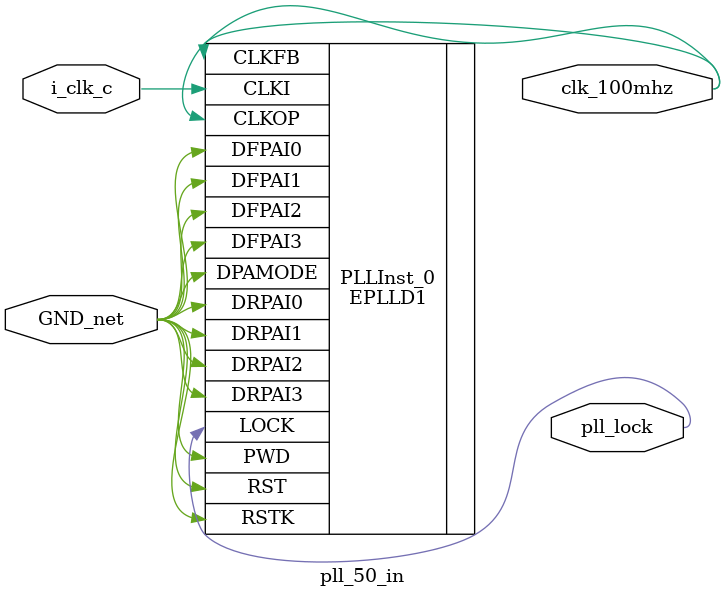
<source format=v>

module top (i_clk, o_LED, o_LED_2) /* synthesis syn_module_defined=1 */ ;   // c:/users/semeghinilab/harvard university dropbox/haley nguyen/rbyb lab/14 lattice files/pid/top.v(1[8:11])
    input i_clk;   // c:/users/semeghinilab/harvard university dropbox/haley nguyen/rbyb lab/14 lattice files/pid/top.v(2[11:16])
    output o_LED;   // c:/users/semeghinilab/harvard university dropbox/haley nguyen/rbyb lab/14 lattice files/pid/top.v(3[12:17])
    output o_LED_2;   // c:/users/semeghinilab/harvard university dropbox/haley nguyen/rbyb lab/14 lattice files/pid/top.v(4[9:16])
    
    wire i_clk_c /* synthesis is_clock=1 */ ;   // c:/users/semeghinilab/harvard university dropbox/haley nguyen/rbyb lab/14 lattice files/pid/top.v(2[11:16])
    wire clk_100mhz /* synthesis SET_AS_NETWORK=clk_100mhz, is_clock=1 */ ;   // c:/users/semeghinilab/harvard university dropbox/haley nguyen/rbyb lab/14 lattice files/pid/top.v(7[7:17])
    
    wire GND_net, VCC_net, o_LED_c_24, o_LED_2_c, pll_lock, n25, 
        n24, n23, n22, n21, n20, n19, n18, n17, n16, n15, 
        n14, n13, n12, n11, n10, n9, n8, n7, n6, n5, n4, 
        n2, n3, n106, n107, n108, n109, n110, n111, n112, 
        n113, n114, n115, n116, n117, n118, n119, n120, n121, 
        n122, n123, n124, n125, n126, n127, n128, n129, n130, 
        n251, n250, n249, n248, n247, n246, n245, n244, n243, 
        n242, n241, n240;
    
    VHI i2 (.Z(VCC_net));
    pll_50_in u_pll (.i_clk_c(i_clk_c), .clk_100mhz(clk_100mhz), .pll_lock(pll_lock), 
            .GND_net(GND_net)) /* synthesis NGD_DRC_MASK=1, syn_module_defined=1 */ ;   // c:/users/semeghinilab/harvard university dropbox/haley nguyen/rbyb lab/14 lattice files/pid/top.v(10[12] 14[3])
    IB i_clk_pad (.I(i_clk), .O(i_clk_c));   // c:/users/semeghinilab/harvard university dropbox/haley nguyen/rbyb lab/14 lattice files/pid/top.v(2[11:16])
    OB o_LED_2_pad (.I(o_LED_2_c), .O(o_LED_2));   // c:/users/semeghinilab/harvard university dropbox/haley nguyen/rbyb lab/14 lattice files/pid/top.v(4[9:16])
    OB o_LED_pad (.I(o_LED_c_24), .O(o_LED));   // c:/users/semeghinilab/harvard university dropbox/haley nguyen/rbyb lab/14 lattice files/pid/top.v(3[12:17])
    ORCALUT4 pll_lock_I_0_1_lut (.A(pll_lock), .Z(o_LED_2_c)) /* synthesis lut_function=(!(A)) */ ;   // c:/users/semeghinilab/harvard university dropbox/haley nguyen/rbyb lab/14 lattice files/pid/top.v(16[19:28])
    defparam pll_lock_I_0_1_lut.init = 16'h5555;
    FD1P3AX r_counter_16__i24 (.D(n106), .SP(pll_lock), .CK(clk_100mhz), 
            .Q(o_LED_c_24)) /* synthesis syn_use_carry_chain=1 */ ;   // c:/users/semeghinilab/harvard university dropbox/haley nguyen/rbyb lab/14 lattice files/pid/top.v(22[17:30])
    defparam r_counter_16__i24.GSR = "ENABLED";
    FD1P3AX r_counter_16__i0 (.D(n130), .SP(pll_lock), .CK(clk_100mhz), 
            .Q(n25)) /* synthesis syn_use_carry_chain=1 */ ;   // c:/users/semeghinilab/harvard university dropbox/haley nguyen/rbyb lab/14 lattice files/pid/top.v(22[17:30])
    defparam r_counter_16__i0.GSR = "ENABLED";
    GSR GSR_INST (.GSR(VCC_net));
    FD1P3AX r_counter_16__i23 (.D(n107), .SP(pll_lock), .CK(clk_100mhz), 
            .Q(n2)) /* synthesis syn_use_carry_chain=1 */ ;   // c:/users/semeghinilab/harvard university dropbox/haley nguyen/rbyb lab/14 lattice files/pid/top.v(22[17:30])
    defparam r_counter_16__i23.GSR = "ENABLED";
    FD1P3AX r_counter_16__i22 (.D(n108), .SP(pll_lock), .CK(clk_100mhz), 
            .Q(n3)) /* synthesis syn_use_carry_chain=1 */ ;   // c:/users/semeghinilab/harvard university dropbox/haley nguyen/rbyb lab/14 lattice files/pid/top.v(22[17:30])
    defparam r_counter_16__i22.GSR = "ENABLED";
    FD1P3AX r_counter_16__i21 (.D(n109), .SP(pll_lock), .CK(clk_100mhz), 
            .Q(n4)) /* synthesis syn_use_carry_chain=1 */ ;   // c:/users/semeghinilab/harvard university dropbox/haley nguyen/rbyb lab/14 lattice files/pid/top.v(22[17:30])
    defparam r_counter_16__i21.GSR = "ENABLED";
    FD1P3AX r_counter_16__i20 (.D(n110), .SP(pll_lock), .CK(clk_100mhz), 
            .Q(n5)) /* synthesis syn_use_carry_chain=1 */ ;   // c:/users/semeghinilab/harvard university dropbox/haley nguyen/rbyb lab/14 lattice files/pid/top.v(22[17:30])
    defparam r_counter_16__i20.GSR = "ENABLED";
    FD1P3AX r_counter_16__i19 (.D(n111), .SP(pll_lock), .CK(clk_100mhz), 
            .Q(n6)) /* synthesis syn_use_carry_chain=1 */ ;   // c:/users/semeghinilab/harvard university dropbox/haley nguyen/rbyb lab/14 lattice files/pid/top.v(22[17:30])
    defparam r_counter_16__i19.GSR = "ENABLED";
    FD1P3AX r_counter_16__i18 (.D(n112), .SP(pll_lock), .CK(clk_100mhz), 
            .Q(n7)) /* synthesis syn_use_carry_chain=1 */ ;   // c:/users/semeghinilab/harvard university dropbox/haley nguyen/rbyb lab/14 lattice files/pid/top.v(22[17:30])
    defparam r_counter_16__i18.GSR = "ENABLED";
    FD1P3AX r_counter_16__i17 (.D(n113), .SP(pll_lock), .CK(clk_100mhz), 
            .Q(n8)) /* synthesis syn_use_carry_chain=1 */ ;   // c:/users/semeghinilab/harvard university dropbox/haley nguyen/rbyb lab/14 lattice files/pid/top.v(22[17:30])
    defparam r_counter_16__i17.GSR = "ENABLED";
    FD1P3AX r_counter_16__i16 (.D(n114), .SP(pll_lock), .CK(clk_100mhz), 
            .Q(n9)) /* synthesis syn_use_carry_chain=1 */ ;   // c:/users/semeghinilab/harvard university dropbox/haley nguyen/rbyb lab/14 lattice files/pid/top.v(22[17:30])
    defparam r_counter_16__i16.GSR = "ENABLED";
    FD1P3AX r_counter_16__i15 (.D(n115), .SP(pll_lock), .CK(clk_100mhz), 
            .Q(n10)) /* synthesis syn_use_carry_chain=1 */ ;   // c:/users/semeghinilab/harvard university dropbox/haley nguyen/rbyb lab/14 lattice files/pid/top.v(22[17:30])
    defparam r_counter_16__i15.GSR = "ENABLED";
    FD1P3AX r_counter_16__i14 (.D(n116), .SP(pll_lock), .CK(clk_100mhz), 
            .Q(n11)) /* synthesis syn_use_carry_chain=1 */ ;   // c:/users/semeghinilab/harvard university dropbox/haley nguyen/rbyb lab/14 lattice files/pid/top.v(22[17:30])
    defparam r_counter_16__i14.GSR = "ENABLED";
    FD1P3AX r_counter_16__i13 (.D(n117), .SP(pll_lock), .CK(clk_100mhz), 
            .Q(n12)) /* synthesis syn_use_carry_chain=1 */ ;   // c:/users/semeghinilab/harvard university dropbox/haley nguyen/rbyb lab/14 lattice files/pid/top.v(22[17:30])
    defparam r_counter_16__i13.GSR = "ENABLED";
    FD1P3AX r_counter_16__i12 (.D(n118), .SP(pll_lock), .CK(clk_100mhz), 
            .Q(n13)) /* synthesis syn_use_carry_chain=1 */ ;   // c:/users/semeghinilab/harvard university dropbox/haley nguyen/rbyb lab/14 lattice files/pid/top.v(22[17:30])
    defparam r_counter_16__i12.GSR = "ENABLED";
    FD1P3AX r_counter_16__i11 (.D(n119), .SP(pll_lock), .CK(clk_100mhz), 
            .Q(n14)) /* synthesis syn_use_carry_chain=1 */ ;   // c:/users/semeghinilab/harvard university dropbox/haley nguyen/rbyb lab/14 lattice files/pid/top.v(22[17:30])
    defparam r_counter_16__i11.GSR = "ENABLED";
    FD1P3AX r_counter_16__i10 (.D(n120), .SP(pll_lock), .CK(clk_100mhz), 
            .Q(n15)) /* synthesis syn_use_carry_chain=1 */ ;   // c:/users/semeghinilab/harvard university dropbox/haley nguyen/rbyb lab/14 lattice files/pid/top.v(22[17:30])
    defparam r_counter_16__i10.GSR = "ENABLED";
    FD1P3AX r_counter_16__i9 (.D(n121), .SP(pll_lock), .CK(clk_100mhz), 
            .Q(n16)) /* synthesis syn_use_carry_chain=1 */ ;   // c:/users/semeghinilab/harvard university dropbox/haley nguyen/rbyb lab/14 lattice files/pid/top.v(22[17:30])
    defparam r_counter_16__i9.GSR = "ENABLED";
    FD1P3AX r_counter_16__i8 (.D(n122), .SP(pll_lock), .CK(clk_100mhz), 
            .Q(n17)) /* synthesis syn_use_carry_chain=1 */ ;   // c:/users/semeghinilab/harvard university dropbox/haley nguyen/rbyb lab/14 lattice files/pid/top.v(22[17:30])
    defparam r_counter_16__i8.GSR = "ENABLED";
    FD1P3AX r_counter_16__i7 (.D(n123), .SP(pll_lock), .CK(clk_100mhz), 
            .Q(n18)) /* synthesis syn_use_carry_chain=1 */ ;   // c:/users/semeghinilab/harvard university dropbox/haley nguyen/rbyb lab/14 lattice files/pid/top.v(22[17:30])
    defparam r_counter_16__i7.GSR = "ENABLED";
    FD1P3AX r_counter_16__i6 (.D(n124), .SP(pll_lock), .CK(clk_100mhz), 
            .Q(n19)) /* synthesis syn_use_carry_chain=1 */ ;   // c:/users/semeghinilab/harvard university dropbox/haley nguyen/rbyb lab/14 lattice files/pid/top.v(22[17:30])
    defparam r_counter_16__i6.GSR = "ENABLED";
    FD1P3AX r_counter_16__i5 (.D(n125), .SP(pll_lock), .CK(clk_100mhz), 
            .Q(n20)) /* synthesis syn_use_carry_chain=1 */ ;   // c:/users/semeghinilab/harvard university dropbox/haley nguyen/rbyb lab/14 lattice files/pid/top.v(22[17:30])
    defparam r_counter_16__i5.GSR = "ENABLED";
    FD1P3AX r_counter_16__i4 (.D(n126), .SP(pll_lock), .CK(clk_100mhz), 
            .Q(n21)) /* synthesis syn_use_carry_chain=1 */ ;   // c:/users/semeghinilab/harvard university dropbox/haley nguyen/rbyb lab/14 lattice files/pid/top.v(22[17:30])
    defparam r_counter_16__i4.GSR = "ENABLED";
    FD1P3AX r_counter_16__i3 (.D(n127), .SP(pll_lock), .CK(clk_100mhz), 
            .Q(n22)) /* synthesis syn_use_carry_chain=1 */ ;   // c:/users/semeghinilab/harvard university dropbox/haley nguyen/rbyb lab/14 lattice files/pid/top.v(22[17:30])
    defparam r_counter_16__i3.GSR = "ENABLED";
    FD1P3AX r_counter_16__i2 (.D(n128), .SP(pll_lock), .CK(clk_100mhz), 
            .Q(n23)) /* synthesis syn_use_carry_chain=1 */ ;   // c:/users/semeghinilab/harvard university dropbox/haley nguyen/rbyb lab/14 lattice files/pid/top.v(22[17:30])
    defparam r_counter_16__i2.GSR = "ENABLED";
    FD1P3AX r_counter_16__i1 (.D(n129), .SP(pll_lock), .CK(clk_100mhz), 
            .Q(n24)) /* synthesis syn_use_carry_chain=1 */ ;   // c:/users/semeghinilab/harvard university dropbox/haley nguyen/rbyb lab/14 lattice files/pid/top.v(22[17:30])
    defparam r_counter_16__i1.GSR = "ENABLED";
    PUR PUR_INST (.PUR(VCC_net));
    defparam PUR_INST.RST_PULSE = 1;
    VLO i1 (.Z(GND_net));
    CCU2B r_counter_16_add_4_25 (.A0(n2), .B0(GND_net), .C0(GND_net), 
          .D0(VCC_net), .A1(o_LED_c_24), .B1(GND_net), .C1(GND_net), 
          .D1(VCC_net), .CIN(n251), .S0(n107), .S1(n106));   // c:/users/semeghinilab/harvard university dropbox/haley nguyen/rbyb lab/14 lattice files/pid/top.v(22[17:30])
    defparam r_counter_16_add_4_25.INIT0 = 16'haaa0;
    defparam r_counter_16_add_4_25.INIT1 = 16'haaa0;
    defparam r_counter_16_add_4_25.INJECT1_0 = "NO";
    defparam r_counter_16_add_4_25.INJECT1_1 = "NO";
    CCU2B r_counter_16_add_4_23 (.A0(n4), .B0(GND_net), .C0(GND_net), 
          .D0(VCC_net), .A1(n3), .B1(GND_net), .C1(GND_net), .D1(VCC_net), 
          .CIN(n250), .COUT(n251), .S0(n109), .S1(n108));   // c:/users/semeghinilab/harvard university dropbox/haley nguyen/rbyb lab/14 lattice files/pid/top.v(22[17:30])
    defparam r_counter_16_add_4_23.INIT0 = 16'haaa0;
    defparam r_counter_16_add_4_23.INIT1 = 16'haaa0;
    defparam r_counter_16_add_4_23.INJECT1_0 = "NO";
    defparam r_counter_16_add_4_23.INJECT1_1 = "NO";
    CCU2B r_counter_16_add_4_21 (.A0(n6), .B0(GND_net), .C0(GND_net), 
          .D0(VCC_net), .A1(n5), .B1(GND_net), .C1(GND_net), .D1(VCC_net), 
          .CIN(n249), .COUT(n250), .S0(n111), .S1(n110));   // c:/users/semeghinilab/harvard university dropbox/haley nguyen/rbyb lab/14 lattice files/pid/top.v(22[17:30])
    defparam r_counter_16_add_4_21.INIT0 = 16'haaa0;
    defparam r_counter_16_add_4_21.INIT1 = 16'haaa0;
    defparam r_counter_16_add_4_21.INJECT1_0 = "NO";
    defparam r_counter_16_add_4_21.INJECT1_1 = "NO";
    CCU2B r_counter_16_add_4_19 (.A0(n8), .B0(GND_net), .C0(GND_net), 
          .D0(VCC_net), .A1(n7), .B1(GND_net), .C1(GND_net), .D1(VCC_net), 
          .CIN(n248), .COUT(n249), .S0(n113), .S1(n112));   // c:/users/semeghinilab/harvard university dropbox/haley nguyen/rbyb lab/14 lattice files/pid/top.v(22[17:30])
    defparam r_counter_16_add_4_19.INIT0 = 16'haaa0;
    defparam r_counter_16_add_4_19.INIT1 = 16'haaa0;
    defparam r_counter_16_add_4_19.INJECT1_0 = "NO";
    defparam r_counter_16_add_4_19.INJECT1_1 = "NO";
    CCU2B r_counter_16_add_4_17 (.A0(n10), .B0(GND_net), .C0(GND_net), 
          .D0(VCC_net), .A1(n9), .B1(GND_net), .C1(GND_net), .D1(VCC_net), 
          .CIN(n247), .COUT(n248), .S0(n115), .S1(n114));   // c:/users/semeghinilab/harvard university dropbox/haley nguyen/rbyb lab/14 lattice files/pid/top.v(22[17:30])
    defparam r_counter_16_add_4_17.INIT0 = 16'haaa0;
    defparam r_counter_16_add_4_17.INIT1 = 16'haaa0;
    defparam r_counter_16_add_4_17.INJECT1_0 = "NO";
    defparam r_counter_16_add_4_17.INJECT1_1 = "NO";
    CCU2B r_counter_16_add_4_15 (.A0(n12), .B0(GND_net), .C0(GND_net), 
          .D0(VCC_net), .A1(n11), .B1(GND_net), .C1(GND_net), .D1(VCC_net), 
          .CIN(n246), .COUT(n247), .S0(n117), .S1(n116));   // c:/users/semeghinilab/harvard university dropbox/haley nguyen/rbyb lab/14 lattice files/pid/top.v(22[17:30])
    defparam r_counter_16_add_4_15.INIT0 = 16'haaa0;
    defparam r_counter_16_add_4_15.INIT1 = 16'haaa0;
    defparam r_counter_16_add_4_15.INJECT1_0 = "NO";
    defparam r_counter_16_add_4_15.INJECT1_1 = "NO";
    CCU2B r_counter_16_add_4_13 (.A0(n14), .B0(GND_net), .C0(GND_net), 
          .D0(VCC_net), .A1(n13), .B1(GND_net), .C1(GND_net), .D1(VCC_net), 
          .CIN(n245), .COUT(n246), .S0(n119), .S1(n118));   // c:/users/semeghinilab/harvard university dropbox/haley nguyen/rbyb lab/14 lattice files/pid/top.v(22[17:30])
    defparam r_counter_16_add_4_13.INIT0 = 16'haaa0;
    defparam r_counter_16_add_4_13.INIT1 = 16'haaa0;
    defparam r_counter_16_add_4_13.INJECT1_0 = "NO";
    defparam r_counter_16_add_4_13.INJECT1_1 = "NO";
    CCU2B r_counter_16_add_4_11 (.A0(n16), .B0(GND_net), .C0(GND_net), 
          .D0(VCC_net), .A1(n15), .B1(GND_net), .C1(GND_net), .D1(VCC_net), 
          .CIN(n244), .COUT(n245), .S0(n121), .S1(n120));   // c:/users/semeghinilab/harvard university dropbox/haley nguyen/rbyb lab/14 lattice files/pid/top.v(22[17:30])
    defparam r_counter_16_add_4_11.INIT0 = 16'haaa0;
    defparam r_counter_16_add_4_11.INIT1 = 16'haaa0;
    defparam r_counter_16_add_4_11.INJECT1_0 = "NO";
    defparam r_counter_16_add_4_11.INJECT1_1 = "NO";
    CCU2B r_counter_16_add_4_9 (.A0(n18), .B0(GND_net), .C0(GND_net), 
          .D0(VCC_net), .A1(n17), .B1(GND_net), .C1(GND_net), .D1(VCC_net), 
          .CIN(n243), .COUT(n244), .S0(n123), .S1(n122));   // c:/users/semeghinilab/harvard university dropbox/haley nguyen/rbyb lab/14 lattice files/pid/top.v(22[17:30])
    defparam r_counter_16_add_4_9.INIT0 = 16'haaa0;
    defparam r_counter_16_add_4_9.INIT1 = 16'haaa0;
    defparam r_counter_16_add_4_9.INJECT1_0 = "NO";
    defparam r_counter_16_add_4_9.INJECT1_1 = "NO";
    CCU2B r_counter_16_add_4_7 (.A0(n20), .B0(GND_net), .C0(GND_net), 
          .D0(VCC_net), .A1(n19), .B1(GND_net), .C1(GND_net), .D1(VCC_net), 
          .CIN(n242), .COUT(n243), .S0(n125), .S1(n124));   // c:/users/semeghinilab/harvard university dropbox/haley nguyen/rbyb lab/14 lattice files/pid/top.v(22[17:30])
    defparam r_counter_16_add_4_7.INIT0 = 16'haaa0;
    defparam r_counter_16_add_4_7.INIT1 = 16'haaa0;
    defparam r_counter_16_add_4_7.INJECT1_0 = "NO";
    defparam r_counter_16_add_4_7.INJECT1_1 = "NO";
    CCU2B r_counter_16_add_4_5 (.A0(n22), .B0(GND_net), .C0(GND_net), 
          .D0(VCC_net), .A1(n21), .B1(GND_net), .C1(GND_net), .D1(VCC_net), 
          .CIN(n241), .COUT(n242), .S0(n127), .S1(n126));   // c:/users/semeghinilab/harvard university dropbox/haley nguyen/rbyb lab/14 lattice files/pid/top.v(22[17:30])
    defparam r_counter_16_add_4_5.INIT0 = 16'haaa0;
    defparam r_counter_16_add_4_5.INIT1 = 16'haaa0;
    defparam r_counter_16_add_4_5.INJECT1_0 = "NO";
    defparam r_counter_16_add_4_5.INJECT1_1 = "NO";
    CCU2B r_counter_16_add_4_1 (.A0(GND_net), .B0(GND_net), .C0(GND_net), 
          .D0(GND_net), .A1(n25), .B1(GND_net), .C1(GND_net), .D1(VCC_net), 
          .COUT(n240), .S1(n130));   // c:/users/semeghinilab/harvard university dropbox/haley nguyen/rbyb lab/14 lattice files/pid/top.v(22[17:30])
    defparam r_counter_16_add_4_1.INIT0 = 16'h0000;
    defparam r_counter_16_add_4_1.INIT1 = 16'h555f;
    defparam r_counter_16_add_4_1.INJECT1_0 = "NO";
    defparam r_counter_16_add_4_1.INJECT1_1 = "NO";
    CCU2B r_counter_16_add_4_3 (.A0(n24), .B0(GND_net), .C0(GND_net), 
          .D0(VCC_net), .A1(n23), .B1(GND_net), .C1(GND_net), .D1(VCC_net), 
          .CIN(n240), .COUT(n241), .S0(n129), .S1(n128));   // c:/users/semeghinilab/harvard university dropbox/haley nguyen/rbyb lab/14 lattice files/pid/top.v(22[17:30])
    defparam r_counter_16_add_4_3.INIT0 = 16'haaa0;
    defparam r_counter_16_add_4_3.INIT1 = 16'haaa0;
    defparam r_counter_16_add_4_3.INJECT1_0 = "NO";
    defparam r_counter_16_add_4_3.INJECT1_1 = "NO";
    
endmodule
//
// Verilog Description of module pll_50_in
//

module pll_50_in (i_clk_c, clk_100mhz, pll_lock, GND_net) /* synthesis NGD_DRC_MASK=1, syn_module_defined=1 */ ;
    input i_clk_c;
    output clk_100mhz;
    output pll_lock;
    input GND_net;
    
    wire i_clk_c /* synthesis is_clock=1 */ ;   // c:/users/semeghinilab/harvard university dropbox/haley nguyen/rbyb lab/14 lattice files/pid/top.v(2[11:16])
    wire clk_100mhz /* synthesis SET_AS_NETWORK=clk_100mhz, is_clock=1 */ ;   // c:/users/semeghinilab/harvard university dropbox/haley nguyen/rbyb lab/14 lattice files/pid/top.v(7[7:17])
    
    EPLLD1 PLLInst_0 (.CLKI(i_clk_c), .CLKFB(clk_100mhz), .RST(GND_net), 
           .RSTK(GND_net), .DPAMODE(GND_net), .DRPAI0(GND_net), .DRPAI1(GND_net), 
           .DRPAI2(GND_net), .DRPAI3(GND_net), .DFPAI0(GND_net), .DFPAI1(GND_net), 
           .DFPAI2(GND_net), .DFPAI3(GND_net), .PWD(GND_net), .CLKOP(clk_100mhz), 
           .LOCK(pll_lock)) /* synthesis CLKOK_BYPASS="DISABLED", CLKOS_BYPASS="DISABLED", FREQUENCY_PIN_CLKOP="100.000000", CLKOP_BYPASS="DISABLED", PHASE_CNTL="STATIC", DUTY="8", PHASEADJ="0.0", FREQUENCY_PIN_CLKI="50.000000", CLKOK_DIV="2", CLKOP_DIV="8", CLKFB_DIV="2", CLKI_DIV="1", FIN="50.000000", syn_instantiated=1, LSE_LINE_FILE_ID=3, LSE_LCOL=12, LSE_RCOL=3, LSE_LLINE=10, LSE_RLINE=14 */ ;   // c:/users/semeghinilab/harvard university dropbox/haley nguyen/rbyb lab/14 lattice files/pid/top.v(10[12] 14[3])
    defparam PLLInst_0.FIN = "50.000000";
    defparam PLLInst_0.CLKI_DIV = 1;
    defparam PLLInst_0.CLKFB_DIV = 2;
    defparam PLLInst_0.CLKOP_DIV = 8;
    defparam PLLInst_0.CLKOK_DIV = 2;
    defparam PLLInst_0.PHASEADJ = "0.0";
    defparam PLLInst_0.DUTY = 8;
    defparam PLLInst_0.PHASE_CNTL = "STATIC";
    defparam PLLInst_0.PLLCAP = "DISABLED";
    defparam PLLInst_0.CLKOP_BYPASS = "DISABLED";
    defparam PLLInst_0.CLKOS_BYPASS = "DISABLED";
    defparam PLLInst_0.CLKOK_BYPASS = "DISABLED";
    defparam PLLInst_0.PLLTYPE = "AUTO";
    
endmodule
//
// Verilog Description of module PUR
// module not written out since it is a black-box. 
//


</source>
